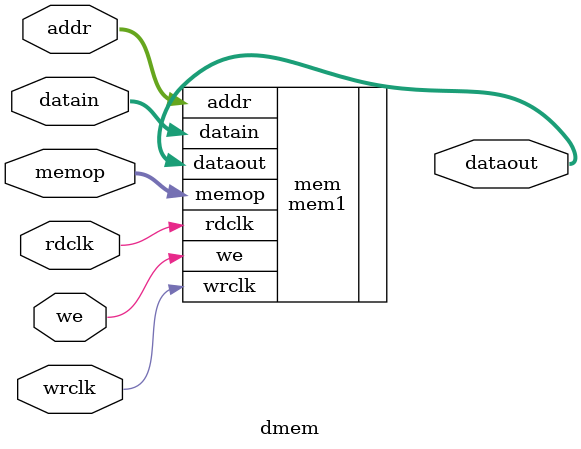
<source format=v>
`timescale 1ns / 1ps

module dmem(
    input  [31:0] addr,
    output [31:0] dataout,
    input  [31:0] datain,
    input rdclk,
    input wrclk,
    input [2:0] memop,
    input we
    );
    
//mem1 mem(.rdclk(rdclk),.wrclk(wrclk),.csen(1'b1),.wren(we),.MemOp(memop),.din(datain),.inaddr(addr),.outaddr(addr),.dout(dataout));
mem1 mem(.addr(addr),.dataout(dataout),.datain(datain),.rdclk(rdclk),.wrclk(wrclk),.memop(memop),.we(we));

endmodule

</source>
